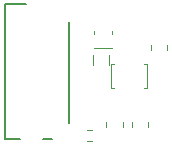
<source format=gbr>
%TF.GenerationSoftware,KiCad,Pcbnew,(5.1.6)-1*%
%TF.CreationDate,2021-06-02T19:48:48-07:00*%
%TF.ProjectId,Miniscope-v4-Wire-Free,4d696e69-7363-46f7-9065-2d76342d5769,rev?*%
%TF.SameCoordinates,Original*%
%TF.FileFunction,Legend,Top*%
%TF.FilePolarity,Positive*%
%FSLAX46Y46*%
G04 Gerber Fmt 4.6, Leading zero omitted, Abs format (unit mm)*
G04 Created by KiCad (PCBNEW (5.1.6)-1) date 2021-06-02 19:48:48*
%MOMM*%
%LPD*%
G01*
G04 APERTURE LIST*
%ADD10C,0.150000*%
%ADD11C,0.100000*%
%ADD12C,0.120000*%
G04 APERTURE END LIST*
D10*
%TO.C,J1*%
X78950000Y-58500000D02*
X78950000Y-69900000D01*
X78950000Y-69900000D02*
X80250000Y-69900000D01*
X78950000Y-58500000D02*
X80750000Y-58500000D01*
X84350000Y-60000000D02*
X84350000Y-68600000D01*
X82150000Y-69900000D02*
X82950000Y-69900000D01*
D11*
%TO.C,U3*%
X88149600Y-63547800D02*
X87884600Y-63547800D01*
X87884600Y-63547800D02*
X87884600Y-65647800D01*
X87884600Y-65647800D02*
X88149600Y-65647800D01*
X90719600Y-63547800D02*
X90984600Y-63547800D01*
X90984600Y-63547800D02*
X90984600Y-65647800D01*
X90984600Y-65647800D02*
X90719600Y-65647800D01*
%TO.C,L1*%
X88915400Y-68917600D02*
X88915400Y-68507600D01*
X87515400Y-68917600D02*
X87515400Y-68507600D01*
%TO.C,L5*%
X92688240Y-62413360D02*
X92688240Y-62003360D01*
X91288240Y-62413360D02*
X91288240Y-62003360D01*
%TO.C,L2*%
X89674400Y-68917600D02*
X89674400Y-68507600D01*
X91074400Y-68917600D02*
X91074400Y-68507600D01*
%TO.C,Q1*%
X87727400Y-62821600D02*
X87727400Y-63681600D01*
X86417400Y-62821600D02*
X86417400Y-63681600D01*
D12*
%TO.C,Y2*%
X86450200Y-61064800D02*
X86450200Y-60764800D01*
X88050200Y-61064800D02*
X88050200Y-60764800D01*
X86500200Y-62264800D02*
X88000200Y-62264800D01*
D11*
%TO.C,D2*%
X86323800Y-70098400D02*
X85933800Y-70098400D01*
X86323800Y-69198400D02*
X85933800Y-69198400D01*
%TD*%
M02*

</source>
